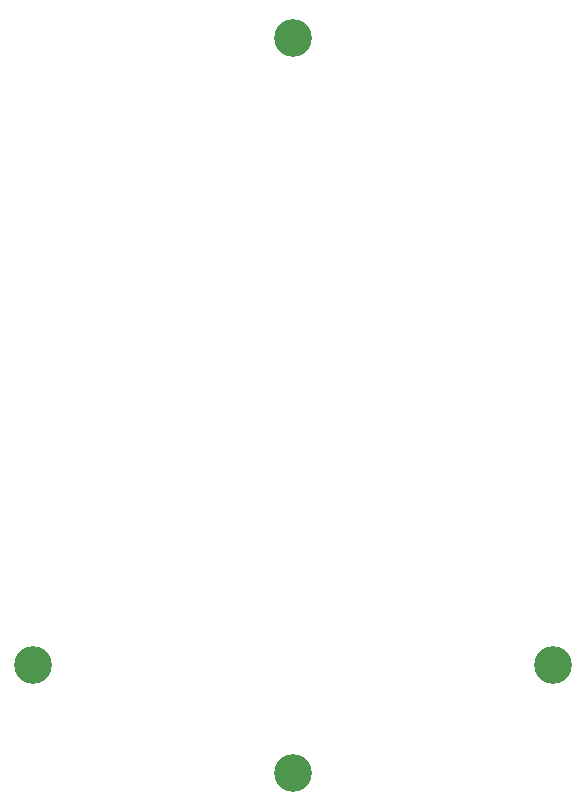
<source format=gbr>
%TF.GenerationSoftware,KiCad,Pcbnew,7.0.2*%
%TF.CreationDate,2023-06-22T15:29:06-04:00*%
%TF.ProjectId,protopico,70726f74-6f70-4696-936f-2e6b69636164,rev?*%
%TF.SameCoordinates,Original*%
%TF.FileFunction,NonPlated,1,2,NPTH,Drill*%
%TF.FilePolarity,Positive*%
%FSLAX46Y46*%
G04 Gerber Fmt 4.6, Leading zero omitted, Abs format (unit mm)*
G04 Created by KiCad (PCBNEW 7.0.2) date 2023-06-22 15:29:06*
%MOMM*%
%LPD*%
G01*
G04 APERTURE LIST*
%TA.AperFunction,ComponentDrill*%
%ADD10C,3.200000*%
%TD*%
G04 APERTURE END LIST*
D10*
%TO.C,H2*%
X127858373Y-121823627D03*
%TO.C,H1*%
X149860000Y-68707000D03*
%TO.C,H3*%
X149860000Y-130937000D03*
%TO.C,H4*%
X171861627Y-121823627D03*
M02*

</source>
